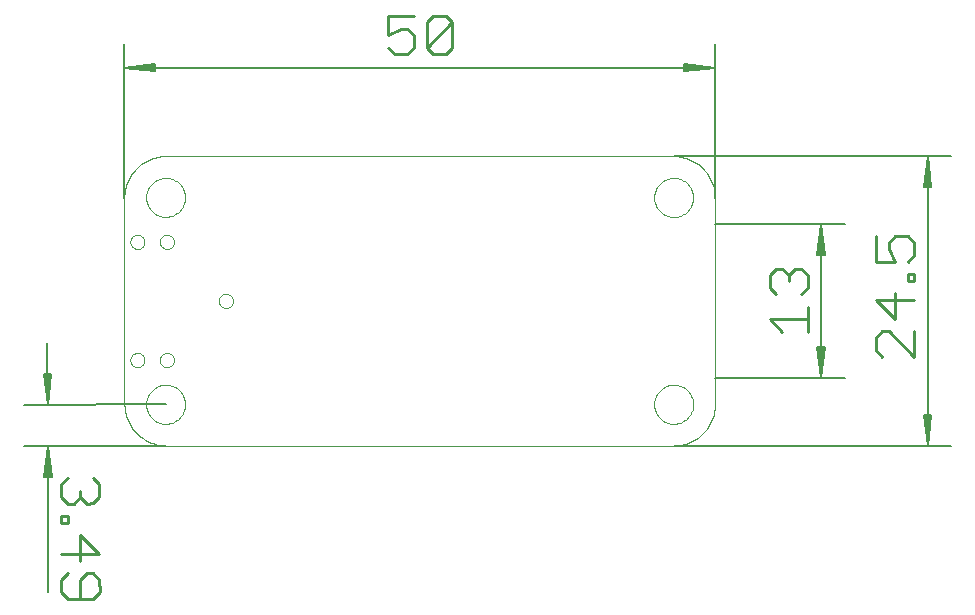
<source format=gbp>
G75*
G70*
%OFA0B0*%
%FSLAX24Y24*%
%IPPOS*%
%LPD*%
%AMOC8*
5,1,8,0,0,1.08239X$1,22.5*
%
%ADD10C,0.0000*%
%ADD11C,0.0051*%
%ADD12C,0.0110*%
D10*
X004848Y006033D02*
X004851Y006033D01*
X021780Y006033D01*
X021784Y006033D01*
X021134Y007407D02*
X021136Y007457D01*
X021142Y007507D01*
X021152Y007557D01*
X021165Y007605D01*
X021182Y007653D01*
X021203Y007699D01*
X021227Y007743D01*
X021255Y007785D01*
X021286Y007825D01*
X021320Y007862D01*
X021357Y007897D01*
X021396Y007928D01*
X021437Y007957D01*
X021481Y007982D01*
X021527Y008004D01*
X021574Y008022D01*
X021622Y008036D01*
X021671Y008047D01*
X021721Y008054D01*
X021771Y008057D01*
X021822Y008056D01*
X021872Y008051D01*
X021922Y008042D01*
X021970Y008030D01*
X022018Y008013D01*
X022064Y007993D01*
X022109Y007970D01*
X022152Y007943D01*
X022192Y007913D01*
X022230Y007880D01*
X022265Y007844D01*
X022298Y007805D01*
X022327Y007764D01*
X022353Y007721D01*
X022376Y007676D01*
X022395Y007629D01*
X022410Y007581D01*
X022422Y007532D01*
X022430Y007482D01*
X022434Y007432D01*
X022434Y007382D01*
X022430Y007332D01*
X022422Y007282D01*
X022410Y007233D01*
X022395Y007185D01*
X022376Y007138D01*
X022353Y007093D01*
X022327Y007050D01*
X022298Y007009D01*
X022265Y006970D01*
X022230Y006934D01*
X022192Y006901D01*
X022152Y006871D01*
X022109Y006844D01*
X022064Y006821D01*
X022018Y006801D01*
X021970Y006784D01*
X021922Y006772D01*
X021872Y006763D01*
X021822Y006758D01*
X021771Y006757D01*
X021721Y006760D01*
X021671Y006767D01*
X021622Y006778D01*
X021574Y006792D01*
X021527Y006810D01*
X021481Y006832D01*
X021437Y006857D01*
X021396Y006886D01*
X021357Y006917D01*
X021320Y006952D01*
X021286Y006989D01*
X021255Y007029D01*
X021227Y007071D01*
X021203Y007115D01*
X021182Y007161D01*
X021165Y007209D01*
X021152Y007257D01*
X021142Y007307D01*
X021136Y007357D01*
X021134Y007407D01*
X021780Y006033D02*
X021852Y006035D01*
X021924Y006041D01*
X021996Y006050D01*
X022067Y006063D01*
X022137Y006080D01*
X022206Y006100D01*
X022274Y006125D01*
X022340Y006152D01*
X022406Y006183D01*
X022469Y006218D01*
X022531Y006255D01*
X022590Y006296D01*
X022647Y006340D01*
X022702Y006387D01*
X022754Y006437D01*
X022804Y006489D01*
X022851Y006544D01*
X022895Y006601D01*
X022936Y006660D01*
X022973Y006722D01*
X023008Y006785D01*
X023039Y006851D01*
X023066Y006917D01*
X023091Y006985D01*
X023111Y007054D01*
X023128Y007124D01*
X023141Y007195D01*
X023150Y007267D01*
X023156Y007339D01*
X023158Y007411D01*
X023158Y014300D01*
X023158Y014307D01*
X021130Y014300D02*
X021132Y014350D01*
X021138Y014400D01*
X021148Y014450D01*
X021161Y014498D01*
X021178Y014546D01*
X021199Y014592D01*
X021223Y014636D01*
X021251Y014678D01*
X021282Y014718D01*
X021316Y014755D01*
X021353Y014790D01*
X021392Y014821D01*
X021433Y014850D01*
X021477Y014875D01*
X021523Y014897D01*
X021570Y014915D01*
X021618Y014929D01*
X021667Y014940D01*
X021717Y014947D01*
X021767Y014950D01*
X021818Y014949D01*
X021868Y014944D01*
X021918Y014935D01*
X021966Y014923D01*
X022014Y014906D01*
X022060Y014886D01*
X022105Y014863D01*
X022148Y014836D01*
X022188Y014806D01*
X022226Y014773D01*
X022261Y014737D01*
X022294Y014698D01*
X022323Y014657D01*
X022349Y014614D01*
X022372Y014569D01*
X022391Y014522D01*
X022406Y014474D01*
X022418Y014425D01*
X022426Y014375D01*
X022430Y014325D01*
X022430Y014275D01*
X022426Y014225D01*
X022418Y014175D01*
X022406Y014126D01*
X022391Y014078D01*
X022372Y014031D01*
X022349Y013986D01*
X022323Y013943D01*
X022294Y013902D01*
X022261Y013863D01*
X022226Y013827D01*
X022188Y013794D01*
X022148Y013764D01*
X022105Y013737D01*
X022060Y013714D01*
X022014Y013694D01*
X021966Y013677D01*
X021918Y013665D01*
X021868Y013656D01*
X021818Y013651D01*
X021767Y013650D01*
X021717Y013653D01*
X021667Y013660D01*
X021618Y013671D01*
X021570Y013685D01*
X021523Y013703D01*
X021477Y013725D01*
X021433Y013750D01*
X021392Y013779D01*
X021353Y013810D01*
X021316Y013845D01*
X021282Y013882D01*
X021251Y013922D01*
X021223Y013964D01*
X021199Y014008D01*
X021178Y014054D01*
X021161Y014102D01*
X021148Y014150D01*
X021138Y014200D01*
X021132Y014250D01*
X021130Y014300D01*
X021780Y015678D02*
X021852Y015676D01*
X021924Y015670D01*
X021996Y015661D01*
X022067Y015648D01*
X022137Y015631D01*
X022206Y015611D01*
X022274Y015586D01*
X022340Y015559D01*
X022406Y015528D01*
X022469Y015493D01*
X022531Y015456D01*
X022590Y015415D01*
X022647Y015371D01*
X022702Y015324D01*
X022754Y015274D01*
X022804Y015222D01*
X022851Y015167D01*
X022895Y015110D01*
X022936Y015051D01*
X022973Y014989D01*
X023008Y014926D01*
X023039Y014860D01*
X023066Y014794D01*
X023091Y014726D01*
X023111Y014657D01*
X023128Y014587D01*
X023141Y014516D01*
X023150Y014444D01*
X023156Y014372D01*
X023158Y014300D01*
X021784Y015678D02*
X021780Y015678D01*
X004851Y015678D01*
X004198Y014304D02*
X004200Y014354D01*
X004206Y014404D01*
X004216Y014454D01*
X004229Y014502D01*
X004246Y014550D01*
X004267Y014596D01*
X004291Y014640D01*
X004319Y014682D01*
X004350Y014722D01*
X004384Y014759D01*
X004421Y014794D01*
X004460Y014825D01*
X004501Y014854D01*
X004545Y014879D01*
X004591Y014901D01*
X004638Y014919D01*
X004686Y014933D01*
X004735Y014944D01*
X004785Y014951D01*
X004835Y014954D01*
X004886Y014953D01*
X004936Y014948D01*
X004986Y014939D01*
X005034Y014927D01*
X005082Y014910D01*
X005128Y014890D01*
X005173Y014867D01*
X005216Y014840D01*
X005256Y014810D01*
X005294Y014777D01*
X005329Y014741D01*
X005362Y014702D01*
X005391Y014661D01*
X005417Y014618D01*
X005440Y014573D01*
X005459Y014526D01*
X005474Y014478D01*
X005486Y014429D01*
X005494Y014379D01*
X005498Y014329D01*
X005498Y014279D01*
X005494Y014229D01*
X005486Y014179D01*
X005474Y014130D01*
X005459Y014082D01*
X005440Y014035D01*
X005417Y013990D01*
X005391Y013947D01*
X005362Y013906D01*
X005329Y013867D01*
X005294Y013831D01*
X005256Y013798D01*
X005216Y013768D01*
X005173Y013741D01*
X005128Y013718D01*
X005082Y013698D01*
X005034Y013681D01*
X004986Y013669D01*
X004936Y013660D01*
X004886Y013655D01*
X004835Y013654D01*
X004785Y013657D01*
X004735Y013664D01*
X004686Y013675D01*
X004638Y013689D01*
X004591Y013707D01*
X004545Y013729D01*
X004501Y013754D01*
X004460Y013783D01*
X004421Y013814D01*
X004384Y013849D01*
X004350Y013886D01*
X004319Y013926D01*
X004291Y013968D01*
X004267Y014012D01*
X004246Y014058D01*
X004229Y014106D01*
X004216Y014154D01*
X004206Y014204D01*
X004200Y014254D01*
X004198Y014304D01*
X003473Y014300D02*
X003475Y014372D01*
X003481Y014444D01*
X003490Y014516D01*
X003503Y014587D01*
X003520Y014657D01*
X003540Y014726D01*
X003565Y014794D01*
X003592Y014860D01*
X003623Y014926D01*
X003658Y014989D01*
X003695Y015051D01*
X003736Y015110D01*
X003780Y015167D01*
X003827Y015222D01*
X003877Y015274D01*
X003929Y015324D01*
X003984Y015371D01*
X004041Y015415D01*
X004100Y015456D01*
X004162Y015493D01*
X004225Y015528D01*
X004291Y015559D01*
X004357Y015586D01*
X004425Y015611D01*
X004494Y015631D01*
X004564Y015648D01*
X004635Y015661D01*
X004707Y015670D01*
X004779Y015676D01*
X004851Y015678D01*
X003473Y014304D02*
X003473Y014300D01*
X003473Y007450D01*
X003473Y007407D01*
X004198Y007407D02*
X004200Y007457D01*
X004206Y007507D01*
X004216Y007557D01*
X004229Y007605D01*
X004246Y007653D01*
X004267Y007699D01*
X004291Y007743D01*
X004319Y007785D01*
X004350Y007825D01*
X004384Y007862D01*
X004421Y007897D01*
X004460Y007928D01*
X004501Y007957D01*
X004545Y007982D01*
X004591Y008004D01*
X004638Y008022D01*
X004686Y008036D01*
X004735Y008047D01*
X004785Y008054D01*
X004835Y008057D01*
X004886Y008056D01*
X004936Y008051D01*
X004986Y008042D01*
X005034Y008030D01*
X005082Y008013D01*
X005128Y007993D01*
X005173Y007970D01*
X005216Y007943D01*
X005256Y007913D01*
X005294Y007880D01*
X005329Y007844D01*
X005362Y007805D01*
X005391Y007764D01*
X005417Y007721D01*
X005440Y007676D01*
X005459Y007629D01*
X005474Y007581D01*
X005486Y007532D01*
X005494Y007482D01*
X005498Y007432D01*
X005498Y007382D01*
X005494Y007332D01*
X005486Y007282D01*
X005474Y007233D01*
X005459Y007185D01*
X005440Y007138D01*
X005417Y007093D01*
X005391Y007050D01*
X005362Y007009D01*
X005329Y006970D01*
X005294Y006934D01*
X005256Y006901D01*
X005216Y006871D01*
X005173Y006844D01*
X005128Y006821D01*
X005082Y006801D01*
X005034Y006784D01*
X004986Y006772D01*
X004936Y006763D01*
X004886Y006758D01*
X004835Y006757D01*
X004785Y006760D01*
X004735Y006767D01*
X004686Y006778D01*
X004638Y006792D01*
X004591Y006810D01*
X004545Y006832D01*
X004501Y006857D01*
X004460Y006886D01*
X004421Y006917D01*
X004384Y006952D01*
X004350Y006989D01*
X004319Y007029D01*
X004291Y007071D01*
X004267Y007115D01*
X004246Y007161D01*
X004229Y007209D01*
X004216Y007257D01*
X004206Y007307D01*
X004200Y007357D01*
X004198Y007407D01*
X003473Y007450D02*
X003474Y007377D01*
X003479Y007303D01*
X003487Y007231D01*
X003500Y007159D01*
X003516Y007087D01*
X003535Y007017D01*
X003559Y006947D01*
X003586Y006879D01*
X003617Y006813D01*
X003651Y006748D01*
X003688Y006685D01*
X003729Y006624D01*
X003772Y006566D01*
X003819Y006509D01*
X003869Y006455D01*
X003921Y006404D01*
X003976Y006356D01*
X004033Y006311D01*
X004093Y006268D01*
X004155Y006229D01*
X004219Y006193D01*
X004284Y006161D01*
X004352Y006132D01*
X004420Y006107D01*
X004490Y006085D01*
X004561Y006067D01*
X004633Y006052D01*
X004705Y006042D01*
X004778Y006035D01*
X004851Y006032D01*
X004655Y008883D02*
X004657Y008913D01*
X004663Y008943D01*
X004672Y008972D01*
X004685Y008999D01*
X004702Y009024D01*
X004721Y009047D01*
X004744Y009068D01*
X004769Y009085D01*
X004795Y009099D01*
X004824Y009109D01*
X004853Y009116D01*
X004883Y009119D01*
X004914Y009118D01*
X004944Y009113D01*
X004973Y009104D01*
X005000Y009092D01*
X005026Y009077D01*
X005050Y009058D01*
X005071Y009036D01*
X005089Y009012D01*
X005104Y008985D01*
X005115Y008957D01*
X005123Y008928D01*
X005127Y008898D01*
X005127Y008868D01*
X005123Y008838D01*
X005115Y008809D01*
X005104Y008781D01*
X005089Y008754D01*
X005071Y008730D01*
X005050Y008708D01*
X005026Y008689D01*
X005000Y008674D01*
X004973Y008662D01*
X004944Y008653D01*
X004914Y008648D01*
X004883Y008647D01*
X004853Y008650D01*
X004824Y008657D01*
X004795Y008667D01*
X004769Y008681D01*
X004744Y008698D01*
X004721Y008719D01*
X004702Y008742D01*
X004685Y008767D01*
X004672Y008794D01*
X004663Y008823D01*
X004657Y008853D01*
X004655Y008883D01*
X003670Y008883D02*
X003672Y008913D01*
X003678Y008943D01*
X003687Y008972D01*
X003700Y008999D01*
X003717Y009024D01*
X003736Y009047D01*
X003759Y009068D01*
X003784Y009085D01*
X003810Y009099D01*
X003839Y009109D01*
X003868Y009116D01*
X003898Y009119D01*
X003929Y009118D01*
X003959Y009113D01*
X003988Y009104D01*
X004015Y009092D01*
X004041Y009077D01*
X004065Y009058D01*
X004086Y009036D01*
X004104Y009012D01*
X004119Y008985D01*
X004130Y008957D01*
X004138Y008928D01*
X004142Y008898D01*
X004142Y008868D01*
X004138Y008838D01*
X004130Y008809D01*
X004119Y008781D01*
X004104Y008754D01*
X004086Y008730D01*
X004065Y008708D01*
X004041Y008689D01*
X004015Y008674D01*
X003988Y008662D01*
X003959Y008653D01*
X003929Y008648D01*
X003898Y008647D01*
X003868Y008650D01*
X003839Y008657D01*
X003810Y008667D01*
X003784Y008681D01*
X003759Y008698D01*
X003736Y008719D01*
X003717Y008742D01*
X003700Y008767D01*
X003687Y008794D01*
X003678Y008823D01*
X003672Y008853D01*
X003670Y008883D01*
X006623Y010852D02*
X006625Y010882D01*
X006631Y010912D01*
X006640Y010941D01*
X006653Y010968D01*
X006670Y010993D01*
X006689Y011016D01*
X006712Y011037D01*
X006737Y011054D01*
X006763Y011068D01*
X006792Y011078D01*
X006821Y011085D01*
X006851Y011088D01*
X006882Y011087D01*
X006912Y011082D01*
X006941Y011073D01*
X006968Y011061D01*
X006994Y011046D01*
X007018Y011027D01*
X007039Y011005D01*
X007057Y010981D01*
X007072Y010954D01*
X007083Y010926D01*
X007091Y010897D01*
X007095Y010867D01*
X007095Y010837D01*
X007091Y010807D01*
X007083Y010778D01*
X007072Y010750D01*
X007057Y010723D01*
X007039Y010699D01*
X007018Y010677D01*
X006994Y010658D01*
X006968Y010643D01*
X006941Y010631D01*
X006912Y010622D01*
X006882Y010617D01*
X006851Y010616D01*
X006821Y010619D01*
X006792Y010626D01*
X006763Y010636D01*
X006737Y010650D01*
X006712Y010667D01*
X006689Y010688D01*
X006670Y010711D01*
X006653Y010736D01*
X006640Y010763D01*
X006631Y010792D01*
X006625Y010822D01*
X006623Y010852D01*
X004655Y012820D02*
X004657Y012850D01*
X004663Y012880D01*
X004672Y012909D01*
X004685Y012936D01*
X004702Y012961D01*
X004721Y012984D01*
X004744Y013005D01*
X004769Y013022D01*
X004795Y013036D01*
X004824Y013046D01*
X004853Y013053D01*
X004883Y013056D01*
X004914Y013055D01*
X004944Y013050D01*
X004973Y013041D01*
X005000Y013029D01*
X005026Y013014D01*
X005050Y012995D01*
X005071Y012973D01*
X005089Y012949D01*
X005104Y012922D01*
X005115Y012894D01*
X005123Y012865D01*
X005127Y012835D01*
X005127Y012805D01*
X005123Y012775D01*
X005115Y012746D01*
X005104Y012718D01*
X005089Y012691D01*
X005071Y012667D01*
X005050Y012645D01*
X005026Y012626D01*
X005000Y012611D01*
X004973Y012599D01*
X004944Y012590D01*
X004914Y012585D01*
X004883Y012584D01*
X004853Y012587D01*
X004824Y012594D01*
X004795Y012604D01*
X004769Y012618D01*
X004744Y012635D01*
X004721Y012656D01*
X004702Y012679D01*
X004685Y012704D01*
X004672Y012731D01*
X004663Y012760D01*
X004657Y012790D01*
X004655Y012820D01*
X003670Y012820D02*
X003672Y012850D01*
X003678Y012880D01*
X003687Y012909D01*
X003700Y012936D01*
X003717Y012961D01*
X003736Y012984D01*
X003759Y013005D01*
X003784Y013022D01*
X003810Y013036D01*
X003839Y013046D01*
X003868Y013053D01*
X003898Y013056D01*
X003929Y013055D01*
X003959Y013050D01*
X003988Y013041D01*
X004015Y013029D01*
X004041Y013014D01*
X004065Y012995D01*
X004086Y012973D01*
X004104Y012949D01*
X004119Y012922D01*
X004130Y012894D01*
X004138Y012865D01*
X004142Y012835D01*
X004142Y012805D01*
X004138Y012775D01*
X004130Y012746D01*
X004119Y012718D01*
X004104Y012691D01*
X004086Y012667D01*
X004065Y012645D01*
X004041Y012626D01*
X004015Y012611D01*
X003988Y012599D01*
X003959Y012590D01*
X003929Y012585D01*
X003898Y012584D01*
X003868Y012587D01*
X003839Y012594D01*
X003810Y012604D01*
X003784Y012618D01*
X003759Y012635D01*
X003736Y012656D01*
X003717Y012679D01*
X003700Y012704D01*
X003687Y012731D01*
X003678Y012760D01*
X003672Y012790D01*
X003670Y012820D01*
D11*
X000916Y006024D02*
X000927Y001163D01*
X000867Y005000D02*
X000916Y006024D01*
X000816Y005000D01*
X000793Y005000D02*
X000916Y006024D01*
X001021Y005000D01*
X001044Y005000D02*
X000793Y005000D01*
X000970Y005000D02*
X000916Y006024D01*
X001044Y005000D01*
X000129Y006022D02*
X004851Y006033D01*
X004848Y007407D02*
X000126Y007397D01*
X000913Y007398D02*
X000808Y008422D01*
X000785Y008422D02*
X000913Y007398D01*
X001013Y008422D01*
X001036Y008422D02*
X000785Y008422D01*
X000859Y008422D02*
X000913Y007398D01*
X000962Y008422D01*
X001036Y008422D02*
X000913Y007398D01*
X000908Y009446D01*
X003473Y014300D02*
X003473Y019418D01*
X003473Y018631D02*
X004497Y018733D01*
X004497Y018757D02*
X004497Y018505D01*
X003473Y018631D01*
X004497Y018529D01*
X004497Y018580D02*
X003473Y018631D01*
X004497Y018682D01*
X004497Y018757D02*
X003473Y018631D01*
X023158Y018631D01*
X022135Y018529D01*
X022135Y018505D02*
X023158Y018631D01*
X022135Y018733D01*
X022135Y018757D02*
X022135Y018505D01*
X022135Y018580D02*
X023158Y018631D01*
X022135Y018682D01*
X022135Y018757D02*
X023158Y018631D01*
X023158Y019418D02*
X023158Y014300D01*
X023158Y013415D02*
X027489Y013415D01*
X026702Y013415D02*
X026804Y012391D01*
X026827Y012391D02*
X026702Y013415D01*
X026599Y012391D01*
X026576Y012391D02*
X026827Y012391D01*
X026753Y012391D02*
X026702Y013415D01*
X026651Y012391D01*
X026576Y012391D02*
X026702Y013415D01*
X026702Y008296D01*
X026804Y009320D01*
X026827Y009320D02*
X026702Y008296D01*
X026599Y009320D01*
X026576Y009320D02*
X026827Y009320D01*
X026753Y009320D02*
X026702Y008296D01*
X026651Y009320D01*
X026576Y009320D02*
X026702Y008296D01*
X027489Y008296D02*
X023158Y008296D01*
X021780Y006033D02*
X031032Y006033D01*
X030245Y006033D02*
X030347Y007056D01*
X030371Y007056D02*
X030245Y006033D01*
X030143Y007056D01*
X030119Y007056D02*
X030371Y007056D01*
X030296Y007056D02*
X030245Y006033D01*
X030194Y007056D01*
X030119Y007056D02*
X030245Y006033D01*
X030245Y015678D01*
X030347Y014655D01*
X030371Y014655D02*
X030245Y015678D01*
X030143Y014655D01*
X030119Y014655D02*
X030371Y014655D01*
X030296Y014655D02*
X030245Y015678D01*
X030194Y014655D01*
X030119Y014655D02*
X030245Y015678D01*
X031032Y015678D02*
X021780Y015678D01*
D12*
X025195Y011929D02*
X025407Y011929D01*
X025618Y011717D01*
X025830Y011929D01*
X026042Y011929D01*
X026253Y011717D01*
X026253Y011294D01*
X026042Y011083D01*
X026253Y010660D02*
X026253Y009814D01*
X026253Y010237D02*
X024984Y010237D01*
X025407Y009814D01*
X025195Y011083D02*
X024984Y011294D01*
X024984Y011717D01*
X025195Y011929D01*
X025618Y011717D02*
X025618Y011506D01*
X028527Y010895D02*
X029162Y010261D01*
X029162Y011107D01*
X029796Y010895D02*
X028527Y010895D01*
X029585Y011529D02*
X029585Y011741D01*
X029796Y011741D01*
X029796Y011529D01*
X029585Y011529D01*
X029585Y012164D02*
X029796Y012375D01*
X029796Y012798D01*
X029585Y013010D01*
X029162Y013010D01*
X028950Y012798D01*
X028950Y012587D01*
X029162Y012164D01*
X028527Y012164D01*
X028527Y013010D01*
X028739Y009838D02*
X028527Y009626D01*
X028527Y009203D01*
X028739Y008992D01*
X028950Y009838D02*
X029796Y008992D01*
X029796Y009838D01*
X028950Y009838D02*
X028739Y009838D01*
X014389Y019291D02*
X014178Y019080D01*
X013755Y019080D01*
X013543Y019291D01*
X014389Y020137D01*
X014389Y019291D01*
X013543Y019291D02*
X013543Y020137D01*
X013755Y020349D01*
X014178Y020349D01*
X014389Y020137D01*
X013121Y020349D02*
X012274Y020349D01*
X012274Y019714D01*
X012697Y019926D01*
X012909Y019926D01*
X013121Y019714D01*
X013121Y019291D01*
X012909Y019080D01*
X012486Y019080D01*
X012274Y019291D01*
X002425Y004948D02*
X002637Y004737D01*
X002637Y004314D01*
X002426Y004102D01*
X002215Y004101D01*
X002003Y004313D01*
X001792Y004101D01*
X001580Y004100D01*
X001368Y004311D01*
X001368Y004735D01*
X001579Y004946D01*
X002003Y004524D02*
X002003Y004313D01*
X001581Y003678D02*
X001369Y003677D01*
X001370Y003466D01*
X001581Y003466D01*
X001581Y003678D01*
X002005Y003044D02*
X002007Y002198D01*
X002219Y001775D02*
X002008Y001564D01*
X002009Y000929D01*
X001586Y000928D02*
X002432Y000930D01*
X002643Y001142D01*
X002642Y001565D01*
X002430Y001776D01*
X002219Y001775D01*
X001584Y001774D02*
X001373Y001563D01*
X001374Y001139D01*
X001586Y000928D01*
X001372Y002408D02*
X002641Y002411D01*
X002005Y003044D01*
M02*

</source>
